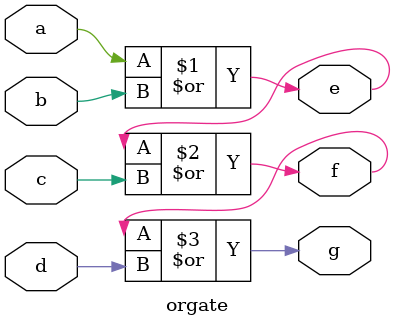
<source format=v>
`timescale 1ns / 1ps

module orgate(
    input a,
    input b,
    input c,
    input d,
    output e,
    output f,
    output g
    );

assign e=a|b;
assign f=e|c;
assign g=f|d;

endmodule
</source>
